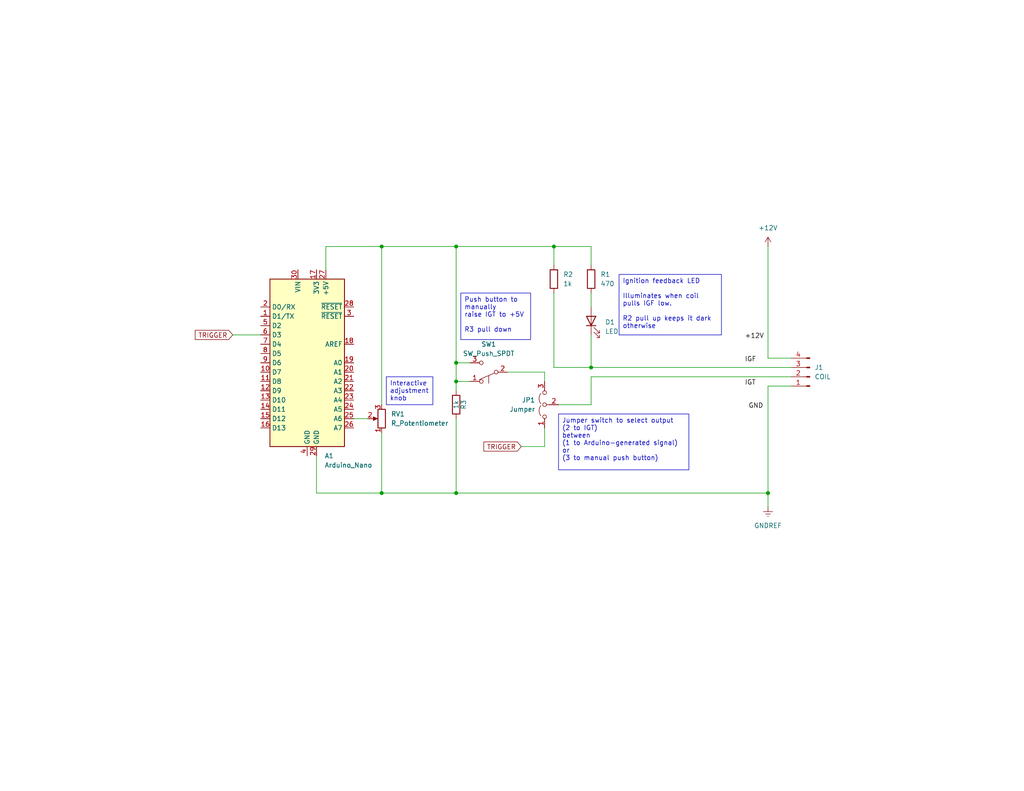
<source format=kicad_sch>
(kicad_sch (version 20230121) (generator eeschema)
  (paper "USLetter")
  (title_block (title "Ignition Coil Experiment PCB") (date "2024-06-06") (rev "1.0"))
  (lib_symbols
    (symbol "Connector:Conn_01x04_Pin" (pin_names (offset 1.016) hide)
      (property "Reference" "J" (at 0 5.08 0))
      (property "Value" "Conn_01x04_Pin" (at 0 -7.62 0))
      (symbol "Conn_01x04_Pin_1_1"
        (polyline (pts (xy 1.27 -5.08) (xy 0.8636 -5.08)) (stroke (width 0.1524)))
        (polyline (pts (xy 1.27 -2.54) (xy 0.8636 -2.54)) (stroke (width 0.1524)))
        (polyline (pts (xy 1.27 0) (xy 0.8636 0)) (stroke (width 0.1524)))
        (polyline (pts (xy 1.27 2.54) (xy 0.8636 2.54)) (stroke (width 0.1524)))
        (rectangle (start 0.8636 -4.953) (end 0 -5.207) (stroke (width 0.1524)) (fill (type outline)))
        (rectangle (start 0.8636 -2.413) (end 0 -2.667) (stroke (width 0.1524)) (fill (type outline)))
        (rectangle (start 0.8636 0.127) (end 0 -0.127) (stroke (width 0.1524)) (fill (type outline)))
        (rectangle (start 0.8636 2.667) (end 0 2.413) (stroke (width 0.1524)) (fill (type outline)))
        (pin passive line (at 5.08 2.54 180) (length 3.81) (name "Pin_1") (number "1"))
        (pin passive line (at 5.08 0 180) (length 3.81) (name "Pin_2") (number "2"))
        (pin passive line (at 5.08 -2.54 180) (length 3.81) (name "Pin_3") (number "3"))
        (pin passive line (at 5.08 -5.08 180) (length 3.81) (name "Pin_4") (number "4"))
      )
    )
    (symbol "Device:LED" (pin_numbers hide) (pin_names (offset 1.016) hide)
      (property "Reference" "D" (at 0 2.54 0))
      (property "Value" "LED" (at 0 -2.54 0))
      (symbol "LED_0_1"
        (polyline (pts (xy -1.27 -1.27) (xy -1.27 1.27)) (stroke (width 0.254)))
        (polyline (pts (xy -1.27 0) (xy 1.27 0)))
        (polyline (pts (xy 1.27 -1.27) (xy 1.27 1.27) (xy -1.27 0) (xy 1.27 -1.27)) (stroke (width 0.254)))
        (polyline (pts (xy -3.048 -0.762) (xy -4.572 -2.286) (xy -3.81 -2.286) (xy -4.572 -2.286) (xy -4.572 -1.524)))
        (polyline (pts (xy -1.778 -0.762) (xy -3.302 -2.286) (xy -2.54 -2.286) (xy -3.302 -2.286) (xy -3.302 -1.524)))
      )
      (symbol "LED_1_1"
        (pin passive line (at -3.81 0 0) (length 2.54) (name "K") (number "1"))
        (pin passive line (at 3.81 0 180) (length 2.54) (name "A") (number "2"))
      )
    )
    (symbol "Device:R" (pin_numbers hide) (pin_names (offset 0))
      (property "Reference" "R" (at 2.032 0 90))
      (property "Value" "R" (at 0 0 90))
      (symbol "R_0_1"
        (rectangle (start -1.016 -2.54) (end 1.016 2.54) (stroke (width 0.254)))
      )
      (symbol "R_1_1"
        (pin passive line (at 0 3.81 270) (length 1.27) (name "~") (number "1"))
        (pin passive line (at 0 -3.81 90) (length 1.27) (name "~") (number "2"))
      )
    )
    (symbol "Device:R_Potentiometer" (pin_names (offset 1.016) hide)
      (property "Reference" "RV" (at -4.445 0 90))
      (property "Value" "R_Potentiometer" (at -2.54 0 90))
      (symbol "R_Potentiometer_0_1"
        (polyline (pts (xy 2.54 0) (xy 1.524 0)))
        (polyline (pts (xy 1.143 0) (xy 2.286 0.508) (xy 2.286 -0.508) (xy 1.143 0)) (fill (type outline)))
        (rectangle (start 1.016 2.54) (end -1.016 -2.54) (stroke (width 0.254)))
      )
      (symbol "R_Potentiometer_1_1"
        (pin passive line (at 0 3.81 270) (length 1.27) (name "1") (number "1"))
        (pin passive line (at 3.81 0 180) (length 1.27) (name "2") (number "2"))
        (pin passive line (at 0 -3.81 90) (length 1.27) (name "3") (number "3"))
      )
    )
    (symbol "Jumper:Jumper_3_Open" (pin_names (offset 0) hide)
      (property "Reference" "JP" (at -2.54 -2.54 0))
      (property "Value" "Jumper_3_Open" (at 0 2.794 0))
      (symbol "Jumper_3_Open_0_0"
        (circle (center -3.302 0) (radius 0.508))
        (circle (center 0 0) (radius 0.508))
        (circle (center 3.302 0) (radius 0.508))
      )
      (symbol "Jumper_3_Open_0_1"
        (arc (start -0.254 1.016) (mid -1.651 1.4992) (end -3.048 1.016))
        (polyline (pts (xy 0 -0.508) (xy 0 -1.27)))
        (arc (start 3.048 1.016) (mid 1.651 1.4992) (end 0.254 1.016))
      )
      (symbol "Jumper_3_Open_1_1"
        (pin passive line (at -6.35 0 0) (length 2.54) (name "A") (number "1"))
        (pin passive line (at 0 -3.81 90) (length 2.54) (name "C") (number "2"))
        (pin passive line (at 6.35 0 180) (length 2.54) (name "B") (number "3"))
      )
    )
    (symbol "MCU_Module:Arduino_Nano_v2.x"
      (property "Reference" "A" (at -10.16 23.495 0))
      (property "Value" "Arduino_Nano_v2.x" (at 5.08 -24.13 0))
      (symbol "Arduino_Nano_v2.x_0_1"
        (rectangle (start -10.16 22.86) (end 10.16 -22.86) (stroke (width 0.254)) (fill (type background)))
      )
      (symbol "Arduino_Nano_v2.x_1_1"
        (pin bidirectional line (at -12.7 12.7 0) (length 2.54) (name "D1/TX") (number "1"))
        (pin bidirectional line (at -12.7 -2.54 0) (length 2.54) (name "D7") (number "10"))
        (pin bidirectional line (at -12.7 -5.08 0) (length 2.54) (name "D8") (number "11"))
        (pin bidirectional line (at -12.7 -7.62 0) (length 2.54) (name "D9") (number "12"))
        (pin bidirectional line (at -12.7 -10.16 0) (length 2.54) (name "D10") (number "13"))
        (pin bidirectional line (at -12.7 -12.7 0) (length 2.54) (name "D11") (number "14"))
        (pin bidirectional line (at -12.7 -15.24 0) (length 2.54) (name "D12") (number "15"))
        (pin bidirectional line (at -12.7 -17.78 0) (length 2.54) (name "D13") (number "16"))
        (pin power_out line (at 2.54 25.4 270) (length 2.54) (name "3V3") (number "17"))
        (pin input line (at 12.7 5.08 180) (length 2.54) (name "AREF") (number "18"))
        (pin bidirectional line (at 12.7 0 180) (length 2.54) (name "A0") (number "19"))
        (pin bidirectional line (at -12.7 15.24 0) (length 2.54) (name "D0/RX") (number "2"))
        (pin bidirectional line (at 12.7 -2.54 180) (length 2.54) (name "A1") (number "20"))
        (pin bidirectional line (at 12.7 -5.08 180) (length 2.54) (name "A2") (number "21"))
        (pin bidirectional line (at 12.7 -7.62 180) (length 2.54) (name "A3") (number "22"))
        (pin bidirectional line (at 12.7 -10.16 180) (length 2.54) (name "A4") (number "23"))
        (pin bidirectional line (at 12.7 -12.7 180) (length 2.54) (name "A5") (number "24"))
        (pin bidirectional line (at 12.7 -15.24 180) (length 2.54) (name "A6") (number "25"))
        (pin bidirectional line (at 12.7 -17.78 180) (length 2.54) (name "A7") (number "26"))
        (pin power_out line (at 5.08 25.4 270) (length 2.54) (name "+5V") (number "27"))
        (pin input line (at 12.7 15.24 180) (length 2.54) (name "~{RESET}") (number "28"))
        (pin power_in line (at 2.54 -25.4 90) (length 2.54) (name "GND") (number "29"))
        (pin input line (at 12.7 12.7 180) (length 2.54) (name "~{RESET}") (number "3"))
        (pin power_in line (at -2.54 25.4 270) (length 2.54) (name "VIN") (number "30"))
        (pin power_in line (at 0 -25.4 90) (length 2.54) (name "GND") (number "4"))
        (pin bidirectional line (at -12.7 10.16 0) (length 2.54) (name "D2") (number "5"))
        (pin bidirectional line (at -12.7 7.62 0) (length 2.54) (name "D3") (number "6"))
        (pin bidirectional line (at -12.7 5.08 0) (length 2.54) (name "D4") (number "7"))
        (pin bidirectional line (at -12.7 2.54 0) (length 2.54) (name "D5") (number "8"))
        (pin bidirectional line (at -12.7 0 0) (length 2.54) (name "D6") (number "9"))
      )
    )
    (symbol "Switch:SW_Push_SPDT" (pin_names (offset 0) hide)
      (property "Reference" "SW" (at 0 4.318 0))
      (property "Value" "SW_Push_SPDT" (at 0 -5.08 0))
      (symbol "SW_Push_SPDT_0_0"
        (circle (center -2.032 0) (radius 0.508))
        (polyline (pts (xy 0 1.016) (xy 0 3.048)))
        (circle (center 2.032 -2.54) (radius 0.508))
      )
      (symbol "SW_Push_SPDT_0_1"
        (polyline (pts (xy -1.524 0.254) (xy 2.54 2.032)))
        (circle (center 2.032 2.54) (radius 0.508))
      )
      (symbol "SW_Push_SPDT_1_1"
        (pin passive line (at 5.08 2.54 180) (length 2.54) (name "A") (number "1"))
        (pin passive line (at -5.08 0 0) (length 2.54) (name "B") (number "2"))
        (pin passive line (at 5.08 -2.54 180) (length 2.54) (name "C") (number "3"))
      )
    )
    (symbol "power:+12V" (power) (pin_names (offset 0))
      (property "Value" "+12V" (at 0 3.556 0))
      (symbol "+12V_0_1"
        (polyline (pts (xy -0.762 1.27) (xy 0 2.54)))
        (polyline (pts (xy 0 0) (xy 0 2.54)))
        (polyline (pts (xy 0 2.54) (xy 0.762 1.27)))
      )
      (symbol "+12V_1_1"
        (pin power_in line (at 0 0 90) (length 0) hide (name "+12V") (number "1"))
      )
    )
    (symbol "power:GNDREF" (power) (pin_names (offset 0))
      (property "Value" "GNDREF" (at 0 -3.81 0))
      (symbol "GNDREF_0_1"
        (polyline (pts (xy -0.635 -1.905) (xy 0.635 -1.905)))
        (polyline (pts (xy -0.127 -2.54) (xy 0.127 -2.54)))
        (polyline (pts (xy 0 -1.27) (xy 0 0)))
        (polyline (pts (xy 1.27 -1.27) (xy -1.27 -1.27)))
      )
      (symbol "GNDREF_1_1"
        (pin power_in line (at 0 0 270) (length 0) hide (name "GNDREF") (number "1"))
      )
    )
  )
  (junction (at 124.46 134.62))
  (junction (at 124.46 99.06))
  (junction (at 124.46 104.14))
  (junction (at 209.55 134.62))
  (junction (at 151.13 67.31))
  (junction (at 161.29 100.33))
  (junction (at 124.46 67.31))
  (junction (at 104.14 134.62))
  (junction (at 104.14 67.31))
  (wire (pts (xy 142.24 121.92) (xy 148.59 121.92)))
  (wire (pts (xy 63.5 91.44) (xy 71.12 91.44)))
  (wire (pts (xy 124.46 104.14) (xy 124.46 99.06)))
  (wire (pts (xy 161.29 110.49) (xy 161.29 102.87)))
  (wire (pts (xy 86.36 124.46) (xy 86.36 134.62)))
  (wire (pts (xy 124.46 134.62) (xy 209.55 134.62)))
  (wire (pts (xy 128.27 99.06) (xy 124.46 99.06)))
  (wire (pts (xy 104.14 118.11) (xy 104.14 134.62)))
  (wire (pts (xy 215.9 97.79) (xy 209.55 97.79)))
  (wire (pts (xy 161.29 91.44) (xy 161.29 100.33)))
  (wire (pts (xy 161.29 102.87) (xy 215.9 102.87)))
  (wire (pts (xy 209.55 97.79) (xy 209.55 67.31)))
  (wire (pts (xy 96.52 114.3) (xy 100.33 114.3)))
  (wire (pts (xy 151.13 67.31) (xy 151.13 72.39)))
  (wire (pts (xy 209.55 134.62) (xy 209.55 138.43)))
  (wire (pts (xy 148.59 101.6) (xy 148.59 104.14)))
  (wire (pts (xy 151.13 80.01) (xy 151.13 100.33)))
  (wire (pts (xy 104.14 110.49) (xy 104.14 67.31)))
  (wire (pts (xy 124.46 106.68) (xy 124.46 104.14)))
  (wire (pts (xy 148.59 121.92) (xy 148.59 116.84)))
  (wire (pts (xy 124.46 114.3) (xy 124.46 134.62)))
  (wire (pts (xy 88.9 67.31) (xy 104.14 67.31)))
  (wire (pts (xy 104.14 67.31) (xy 124.46 67.31)))
  (wire (pts (xy 161.29 67.31) (xy 151.13 67.31)))
  (wire (pts (xy 152.4 110.49) (xy 161.29 110.49)))
  (wire (pts (xy 104.14 134.62) (xy 124.46 134.62)))
  (wire (pts (xy 88.9 67.31) (xy 88.9 73.66)))
  (wire (pts (xy 209.55 134.62) (xy 209.55 105.41)))
  (wire (pts (xy 138.43 101.6) (xy 148.59 101.6)))
  (wire (pts (xy 161.29 100.33) (xy 215.9 100.33)))
  (wire (pts (xy 124.46 99.06) (xy 124.46 67.31)))
  (wire (pts (xy 124.46 104.14) (xy 128.27 104.14)))
  (wire (pts (xy 151.13 100.33) (xy 161.29 100.33)))
  (wire (pts (xy 209.55 105.41) (xy 215.9 105.41)))
  (wire (pts (xy 161.29 72.39) (xy 161.29 67.31)))
  (wire (pts (xy 161.29 80.01) (xy 161.29 83.82)))
  (wire (pts (xy 86.36 134.62) (xy 104.14 134.62)))
  (wire (pts (xy 124.46 67.31) (xy 151.13 67.31)))
  (text_box "Ignition feedback LED\n\nIlluminates when coil\npulls IGF low.\n\nR2 pull up keeps it dark\notherwise\n" (at 168.91 74.93 0) (size 27.94 16.51) (effects (font (size 1.27 1.27)) (justify left top)))
  (text_box "Push button to manually\nraise IGT to +5V\n\nR3 pull down" (at 125.73 80.01 0) (size 19.05 12.7) (effects (font (size 1.27 1.27)) (justify left top)))
  (text_box "Jumper switch to select output\n(2 to IGT)\nbetween\n(1 to Arduino-generated signal)\nor\n(3 to manual push button)" (at 152.4 113.03 0) (size 35.56 15.24) (effects (font (size 1.27 1.27)) (justify left top)))
  (text_box "Interactive\nadjustment\nknob" (at 105.41 102.87 0) (size 12.7 7.62) (effects (font (size 1.27 1.27)) (justify left top)))
  (label "IGF" (at 203.2 99.06 0))
  (label "+12V" (at 203.2 92.71 0))
  (label "IGT" (at 203.2 105.41 0))
  (label "GND" (at 208.28 111.76 180))
  (global_label "TRIGGER" (shape input) (at 142.24 121.92 180) (property "Intersheetrefs" "${INTERSHEET_REFS}" (effects hide)))
  (global_label "TRIGGER" (shape input) (at 63.5 91.44 180) (property "Intersheetrefs" "${INTERSHEET_REFS}" (effects hide)))
  (symbol (lib_id "MCU_Module:Arduino_Nano_v2.x") (at 83.82 99.06 0) (unit 1)
    (property "Reference" "A1" (at 88.5541 124.46 0) (effects (justify left)))
    (property "Value" "Arduino_Nano" (at 88.5541 127 0) (effects (justify left)))
    (property "Footprint" "Module:Arduino_Nano" (effects hide))
    (property "Datasheet" "https://www.arduino.cc/en/uploads/Main/ArduinoNanoManual23.pdf" (effects hide))
  )
  (symbol (lib_id "Device:R") (at 124.46 110.49 0) (unit 1)
    (property "Reference" "R3" (at 126.492 110.49 90))
    (property "Value" "1k" (at 124.46 110.49 90))
  )
  (symbol (lib_id "Device:R") (at 151.13 76.2 0) (unit 1)
    (property "Reference" "R2" (at 153.67 74.93 0) (effects (justify left)))
    (property "Value" "1k" (at 153.67 77.47 0) (effects (justify left)))
  )
  (symbol (lib_id "Device:LED") (at 161.29 87.63 90) (unit 1)
    (property "Reference" "D1" (at 165.1 87.9475 90) (effects (justify right)))
    (property "Value" "LED" (at 165.1 90.4875 90) (effects (justify right)))
  )
  (symbol (lib_id "Switch:SW_Push_SPDT") (at 133.35 101.6 180) (unit 1)
    (property "Reference" "SW1" (at 133.35 93.98 0))
    (property "Value" "SW_Push_SPDT" (at 133.35 96.52 0))
  )
  (symbol (lib_id "power:+12V") (at 209.55 67.31 0) (unit 1)
    (property "Reference" "#PWR02" (effects hide))
    (property "Value" "+12V" (at 209.55 62.23 0))
  )
  (symbol (lib_id "Device:R_Potentiometer") (at 104.14 114.3 180) (unit 1)
    (property "Reference" "RV1" (at 106.68 113.03 0) (effects (justify right)))
    (property "Value" "R_Potentiometer" (at 106.68 115.57 0) (effects (justify right)))
  )
  (symbol (lib_id "Connector:Conn_01x04_Pin") (at 220.98 102.87 180) (unit 1)
    (property "Reference" "J1" (at 222.25 100.33 0) (effects (justify right)))
    (property "Value" "COIL" (at 222.25 102.87 0) (effects (justify right)))
  )
  (symbol (lib_id "power:GNDREF") (at 209.55 138.43 0) (unit 1)
    (property "Reference" "#PWR01" (effects hide))
    (property "Value" "GNDREF" (at 209.55 143.51 0))
  )
  (symbol (lib_id "Device:R") (at 161.29 76.2 0) (unit 1)
    (property "Reference" "R1" (at 163.83 74.93 0) (effects (justify left)))
    (property "Value" "470" (at 163.83 77.47 0) (effects (justify left)))
  )
  (symbol (lib_id "Jumper:Jumper_3_Open") (at 148.59 110.49 90) (unit 1)
    (property "Reference" "JP1" (at 146.05 109.22 90) (effects (justify left)))
    (property "Value" "Jumper" (at 146.05 111.76 90) (effects (justify left)))
  )
)
</source>
